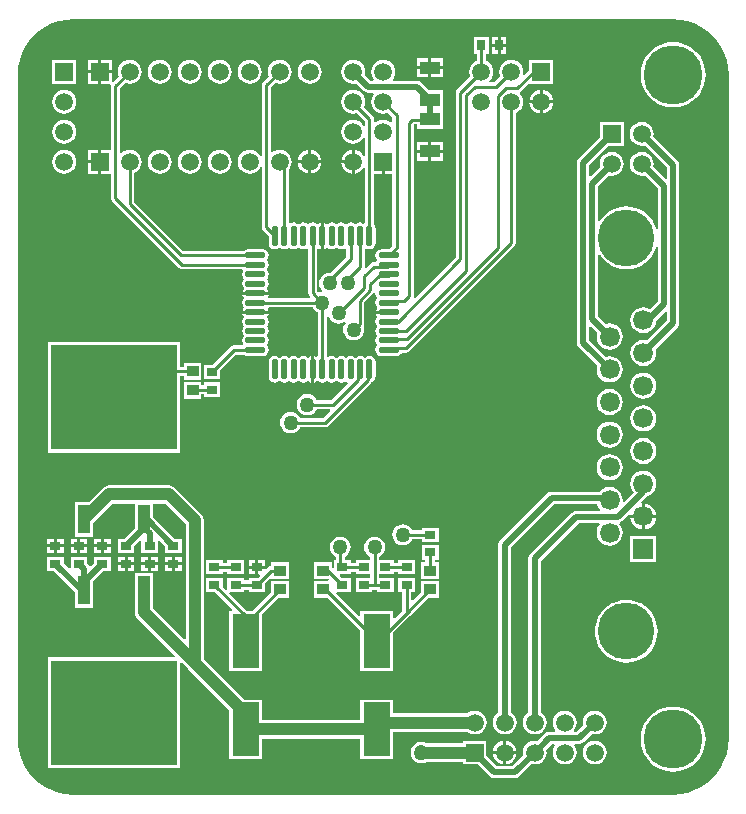
<source format=gtl>
G04 Layer_Physical_Order=1*
G04 Layer_Color=255*
%FSLAX24Y24*%
%MOIN*%
G70*
G01*
G75*
%ADD10R,0.0276X0.0354*%
%ADD11R,0.0354X0.0276*%
%ADD12R,0.0669X0.0433*%
%ADD13R,0.0906X0.1791*%
%ADD14R,0.0413X0.0945*%
%ADD15R,0.4193X0.3504*%
%ADD16R,0.0394X0.0374*%
%ADD17O,0.0689X0.0217*%
%ADD18O,0.0217X0.0689*%
%ADD19C,0.0200*%
%ADD20C,0.0100*%
%ADD21C,0.0400*%
%ADD22C,0.0591*%
%ADD23R,0.0591X0.0591*%
%ADD24R,0.0591X0.0591*%
%ADD25C,0.1890*%
%ADD26C,0.0665*%
%ADD27R,0.0665X0.0665*%
%ADD28C,0.0500*%
%ADD29C,0.1969*%
G36*
X241Y23983D02*
X479Y23936D01*
X708Y23858D01*
X924Y23751D01*
X1126Y23617D01*
X1307Y23457D01*
X1467Y23276D01*
X1601Y23074D01*
X1708Y22858D01*
X1786Y22629D01*
X1833Y22391D01*
X1848Y22157D01*
X1847Y22150D01*
Y0D01*
X1848Y-7D01*
X1833Y-241D01*
X1786Y-479D01*
X1708Y-708D01*
X1601Y-924D01*
X1467Y-1126D01*
X1307Y-1307D01*
X1126Y-1467D01*
X924Y-1601D01*
X708Y-1708D01*
X479Y-1786D01*
X241Y-1833D01*
X7Y-1848D01*
X0Y-1847D01*
X-20000D01*
X-20007Y-1848D01*
X-20241Y-1833D01*
X-20479Y-1786D01*
X-20708Y-1708D01*
X-20924Y-1601D01*
X-21126Y-1467D01*
X-21307Y-1307D01*
X-21467Y-1126D01*
X-21601Y-924D01*
X-21708Y-708D01*
X-21786Y-479D01*
X-21833Y-241D01*
X-21848Y-7D01*
X-21847Y0D01*
Y22150D01*
X-21848Y22157D01*
X-21833Y22391D01*
X-21786Y22629D01*
X-21708Y22858D01*
X-21601Y23074D01*
X-21467Y23276D01*
X-21307Y23457D01*
X-21126Y23617D01*
X-20924Y23751D01*
X-20708Y23858D01*
X-20479Y23936D01*
X-20241Y23983D01*
X-20007Y23998D01*
X-20000Y23997D01*
X0D01*
X7Y23998D01*
X241Y23983D01*
D02*
G37*
%LPC*%
G36*
X-19536Y6389D02*
X-19763D01*
Y6201D01*
X-19536D01*
Y6389D01*
D02*
G37*
G36*
X-19863D02*
X-20090D01*
Y6201D01*
X-19863D01*
Y6389D01*
D02*
G37*
G36*
X-20323D02*
X-20550D01*
Y6201D01*
X-20323D01*
Y6389D01*
D02*
G37*
G36*
X-19863Y6676D02*
X-20090D01*
Y6489D01*
X-19863D01*
Y6676D01*
D02*
G37*
G36*
X-18748Y6389D02*
X-18975D01*
Y6201D01*
X-18748D01*
Y6389D01*
D02*
G37*
G36*
X-19075D02*
X-19302D01*
Y6201D01*
X-19075D01*
Y6389D01*
D02*
G37*
G36*
X-16713Y6086D02*
X-16940D01*
Y5898D01*
X-16713D01*
Y6086D01*
D02*
G37*
G36*
X-17173D02*
X-17400D01*
Y5898D01*
X-17173D01*
Y6086D01*
D02*
G37*
G36*
X-17500D02*
X-17728D01*
Y5898D01*
X-17500D01*
Y6086D01*
D02*
G37*
G36*
X-20650Y6389D02*
X-20877D01*
Y6201D01*
X-20650D01*
Y6389D01*
D02*
G37*
G36*
X-568Y6766D02*
X-1433D01*
Y5900D01*
X-568D01*
Y6766D01*
D02*
G37*
G36*
X-16386Y6086D02*
X-16613D01*
Y5898D01*
X-16386D01*
Y6086D01*
D02*
G37*
G36*
X-19075Y6676D02*
X-19302D01*
Y6489D01*
X-19075D01*
Y6676D01*
D02*
G37*
G36*
X-1001Y8951D02*
X-1114Y8936D01*
X-1219Y8892D01*
X-1309Y8823D01*
X-1379Y8732D01*
X-1422Y8627D01*
X-1437Y8514D01*
X-1422Y8401D01*
X-1379Y8296D01*
X-1320Y8219D01*
X-1642Y7897D01*
X-1689Y7920D01*
X-1682Y7969D01*
X-1697Y8082D01*
X-1741Y8187D01*
X-1810Y8277D01*
X-1901Y8347D01*
X-2006Y8390D01*
X-2119Y8405D01*
X-2232Y8390D01*
X-2337Y8347D01*
X-2427Y8277D01*
X-2446Y8254D01*
X-4050D01*
X-4050Y8254D01*
X-4128Y8238D01*
X-4194Y8194D01*
X-5766Y6623D01*
X-5810Y6556D01*
X-5825Y6478D01*
Y897D01*
X-5903Y837D01*
X-5967Y754D01*
X-6007Y658D01*
X-6020Y555D01*
X-6007Y452D01*
X-5967Y356D01*
X-5903Y273D01*
X-5821Y210D01*
X-5725Y170D01*
X-5622Y156D01*
X-5518Y170D01*
X-5422Y210D01*
X-5340Y273D01*
X-5276Y356D01*
X-5236Y452D01*
X-5223Y555D01*
X-5236Y658D01*
X-5276Y754D01*
X-5340Y837D01*
X-5418Y897D01*
Y6394D01*
X-3966Y7846D01*
X-2536D01*
X-2497Y7751D01*
X-2431Y7665D01*
X-2439Y7627D01*
X-2443Y7615D01*
X-3239D01*
X-3239Y7615D01*
X-3317Y7599D01*
X-3383Y7555D01*
X-4766Y6173D01*
X-4810Y6106D01*
X-4825Y6028D01*
Y897D01*
X-4903Y837D01*
X-4967Y754D01*
X-5007Y658D01*
X-5020Y555D01*
X-5007Y452D01*
X-4967Y356D01*
X-4903Y273D01*
X-4821Y210D01*
X-4725Y170D01*
X-4622Y156D01*
X-4518Y170D01*
X-4422Y210D01*
X-4340Y273D01*
X-4276Y356D01*
X-4236Y452D01*
X-4223Y555D01*
X-4236Y658D01*
X-4276Y754D01*
X-4340Y837D01*
X-4418Y897D01*
Y5944D01*
X-3155Y7207D01*
X-2475D01*
X-2450Y7157D01*
X-2497Y7097D01*
X-2540Y6991D01*
X-2555Y6878D01*
X-2540Y6765D01*
X-2497Y6660D01*
X-2427Y6570D01*
X-2337Y6500D01*
X-2232Y6457D01*
X-2119Y6442D01*
X-2006Y6457D01*
X-1901Y6500D01*
X-1810Y6570D01*
X-1741Y6660D01*
X-1697Y6765D01*
X-1682Y6878D01*
X-1697Y6991D01*
X-1741Y7097D01*
X-1794Y7165D01*
X-1775Y7220D01*
X-1761Y7223D01*
X-1695Y7267D01*
X-1480Y7482D01*
X-1464Y7474D01*
X-1051D01*
Y7887D01*
X-1059Y7903D01*
X-857Y8105D01*
X-856Y8106D01*
X-783Y8136D01*
X-692Y8206D01*
X-623Y8296D01*
X-579Y8401D01*
X-564Y8514D01*
X-579Y8627D01*
X-623Y8732D01*
X-692Y8823D01*
X-783Y8892D01*
X-888Y8936D01*
X-1001Y8951D01*
D02*
G37*
G36*
X-951Y7853D02*
Y7474D01*
X-571D01*
X-579Y7537D01*
X-623Y7642D01*
X-692Y7732D01*
X-783Y7802D01*
X-888Y7845D01*
X-951Y7853D01*
D02*
G37*
G36*
X-571Y7374D02*
X-951D01*
Y6994D01*
X-888Y7002D01*
X-783Y7046D01*
X-692Y7115D01*
X-623Y7205D01*
X-579Y7311D01*
X-571Y7374D01*
D02*
G37*
G36*
X-2119Y10586D02*
X-2232Y10572D01*
X-2337Y10528D01*
X-2427Y10459D01*
X-2497Y10368D01*
X-2540Y10263D01*
X-2555Y10150D01*
X-2540Y10037D01*
X-2497Y9932D01*
X-2427Y9841D01*
X-2337Y9772D01*
X-2232Y9728D01*
X-2119Y9714D01*
X-2006Y9728D01*
X-1901Y9772D01*
X-1810Y9841D01*
X-1741Y9932D01*
X-1697Y10037D01*
X-1682Y10150D01*
X-1697Y10263D01*
X-1741Y10368D01*
X-1810Y10459D01*
X-1901Y10528D01*
X-2006Y10572D01*
X-2119Y10586D01*
D02*
G37*
G36*
X-1001Y10041D02*
X-1114Y10026D01*
X-1219Y9983D01*
X-1309Y9913D01*
X-1379Y9823D01*
X-1422Y9718D01*
X-1437Y9605D01*
X-1422Y9492D01*
X-1379Y9387D01*
X-1309Y9296D01*
X-1219Y9227D01*
X-1114Y9183D01*
X-1001Y9168D01*
X-888Y9183D01*
X-783Y9227D01*
X-692Y9296D01*
X-623Y9387D01*
X-579Y9492D01*
X-564Y9605D01*
X-579Y9718D01*
X-623Y9823D01*
X-692Y9913D01*
X-783Y9983D01*
X-888Y10026D01*
X-1001Y10041D01*
D02*
G37*
G36*
X-2119Y9496D02*
X-2232Y9481D01*
X-2337Y9437D01*
X-2427Y9368D01*
X-2497Y9278D01*
X-2540Y9172D01*
X-2555Y9059D01*
X-2540Y8946D01*
X-2497Y8841D01*
X-2427Y8751D01*
X-2337Y8682D01*
X-2232Y8638D01*
X-2119Y8623D01*
X-2006Y8638D01*
X-1901Y8682D01*
X-1810Y8751D01*
X-1741Y8841D01*
X-1697Y8946D01*
X-1682Y9059D01*
X-1697Y9172D01*
X-1741Y9278D01*
X-1810Y9368D01*
X-1901Y9437D01*
X-2006Y9481D01*
X-2119Y9496D01*
D02*
G37*
G36*
X-18748Y6676D02*
X-18975D01*
Y6489D01*
X-18748D01*
Y6676D01*
D02*
G37*
G36*
X-20323D02*
X-20550D01*
Y6489D01*
X-20323D01*
Y6676D01*
D02*
G37*
G36*
X-20650D02*
X-20877D01*
Y6489D01*
X-20650D01*
Y6676D01*
D02*
G37*
G36*
X-1051Y7374D02*
X-1431D01*
X-1422Y7311D01*
X-1379Y7205D01*
X-1309Y7115D01*
X-1219Y7046D01*
X-1114Y7002D01*
X-1051Y6994D01*
Y7374D01*
D02*
G37*
G36*
X-9014Y7167D02*
X-9106Y7155D01*
X-9191Y7120D01*
X-9264Y7064D01*
X-9320Y6991D01*
X-9355Y6906D01*
X-9367Y6814D01*
X-9355Y6723D01*
X-9320Y6638D01*
X-9264Y6565D01*
X-9191Y6509D01*
X-9106Y6473D01*
X-9014Y6461D01*
X-8923Y6473D01*
X-8838Y6509D01*
X-8765Y6565D01*
X-8709Y6638D01*
X-8699Y6661D01*
X-8377D01*
Y6577D01*
X-7823D01*
Y7052D01*
X-8377D01*
Y6967D01*
X-8699D01*
X-8709Y6991D01*
X-8765Y7064D01*
X-8838Y7120D01*
X-8923Y7155D01*
X-9014Y7167D01*
D02*
G37*
G36*
X-19536Y6676D02*
X-19763D01*
Y6489D01*
X-19536D01*
Y6676D01*
D02*
G37*
G36*
X-16808Y8460D02*
X-18800D01*
X-18878Y8450D01*
X-18951Y8420D01*
X-19014Y8372D01*
X-19487Y7899D01*
X-19938D01*
Y6754D01*
X-19325D01*
Y7205D01*
X-18675Y7855D01*
X-17938D01*
Y7027D01*
X-18288Y6676D01*
X-18515D01*
Y6201D01*
X-17961D01*
Y6427D01*
X-17774Y6614D01*
X-17728Y6595D01*
Y6201D01*
X-17173D01*
Y6595D01*
X-17127Y6614D01*
X-16940Y6427D01*
Y6201D01*
X-16386D01*
Y6676D01*
X-16612D01*
X-17325Y7389D01*
Y7855D01*
X-16933D01*
X-16253Y7175D01*
Y3346D01*
X-16299Y3327D01*
X-17315Y4342D01*
X-17325Y4388D01*
X-17325Y4388D01*
X-17325Y4388D01*
Y5533D01*
X-17938D01*
Y4388D01*
X-17934D01*
Y4232D01*
X-17924Y4153D01*
X-17894Y4080D01*
X-17846Y4018D01*
X-16612Y2784D01*
X-16631Y2738D01*
X-20828D01*
Y-966D01*
X-16435D01*
Y2542D01*
X-16389Y2561D01*
X-16164Y2336D01*
X-16164Y2336D01*
X-14803Y975D01*
Y-671D01*
X-13697D01*
Y22D01*
X-10431D01*
Y-671D01*
X-9326D01*
Y253D01*
X-6877D01*
X-6821Y210D01*
X-6725Y170D01*
X-6622Y156D01*
X-6518Y170D01*
X-6422Y210D01*
X-6340Y273D01*
X-6276Y356D01*
X-6236Y452D01*
X-6223Y555D01*
X-6236Y658D01*
X-6276Y754D01*
X-6340Y837D01*
X-6422Y900D01*
X-6518Y940D01*
X-6622Y954D01*
X-6725Y940D01*
X-6821Y900D01*
X-6877Y858D01*
X-9326D01*
Y1320D01*
X-10431D01*
Y627D01*
X-13697D01*
Y1320D01*
X-14293D01*
X-15647Y2675D01*
Y7300D01*
X-15647Y7300D01*
X-15658Y7378D01*
X-15688Y7451D01*
X-15736Y7514D01*
X-16594Y8372D01*
X-16656Y8420D01*
X-16729Y8450D01*
X-16808Y8460D01*
D02*
G37*
G36*
X-1560Y4639D02*
X-1724Y4626D01*
X-1884Y4588D01*
X-2036Y4525D01*
X-2176Y4439D01*
X-2301Y4332D01*
X-2408Y4207D01*
X-2494Y4067D01*
X-2557Y3915D01*
X-2595Y3755D01*
X-2608Y3591D01*
X-2595Y3427D01*
X-2557Y3267D01*
X-2494Y3115D01*
X-2408Y2975D01*
X-2301Y2850D01*
X-2176Y2743D01*
X-2036Y2657D01*
X-1884Y2594D01*
X-1724Y2556D01*
X-1560Y2543D01*
X-1396Y2556D01*
X-1236Y2594D01*
X-1084Y2657D01*
X-944Y2743D01*
X-819Y2850D01*
X-712Y2975D01*
X-626Y3115D01*
X-563Y3267D01*
X-525Y3427D01*
X-512Y3591D01*
X-525Y3755D01*
X-563Y3915D01*
X-626Y4067D01*
X-712Y4207D01*
X-819Y4332D01*
X-944Y4439D01*
X-1084Y4525D01*
X-1236Y4588D01*
X-1396Y4626D01*
X-1560Y4639D01*
D02*
G37*
G36*
X-2622Y954D02*
X-2725Y940D01*
X-2821Y900D01*
X-2903Y837D01*
X-2967Y754D01*
X-3007Y658D01*
X-3020Y555D01*
X-3007Y458D01*
X-3211Y254D01*
X-3291D01*
X-3316Y304D01*
X-3276Y356D01*
X-3236Y452D01*
X-3223Y555D01*
X-3236Y658D01*
X-3276Y754D01*
X-3340Y837D01*
X-3422Y900D01*
X-3518Y940D01*
X-3622Y954D01*
X-3725Y940D01*
X-3821Y900D01*
X-3903Y837D01*
X-3967Y754D01*
X-4007Y658D01*
X-4020Y555D01*
X-4007Y452D01*
X-3967Y356D01*
X-3927Y304D01*
X-3952Y254D01*
X-4126D01*
X-4204Y239D01*
X-4270Y195D01*
X-4524Y-59D01*
X-4622Y-46D01*
X-4725Y-60D01*
X-4821Y-100D01*
X-4903Y-163D01*
X-4967Y-246D01*
X-5007Y-342D01*
X-5020Y-445D01*
X-5007Y-542D01*
X-5361Y-896D01*
X-5882D01*
X-6226Y-552D01*
Y-50D01*
X-7017D01*
Y-142D01*
X-8219D01*
X-8223Y-139D01*
X-8309Y-104D01*
X-8400Y-92D01*
X-8491Y-104D01*
X-8577Y-139D01*
X-8650Y-195D01*
X-8706Y-268D01*
X-8741Y-354D01*
X-8753Y-445D01*
X-8741Y-536D01*
X-8706Y-621D01*
X-8650Y-695D01*
X-8577Y-751D01*
X-8491Y-786D01*
X-8400Y-798D01*
X-8309Y-786D01*
X-8223Y-751D01*
X-8219Y-747D01*
X-7017D01*
Y-840D01*
X-6515D01*
X-6111Y-1244D01*
X-6044Y-1288D01*
X-5966Y-1304D01*
X-5277D01*
X-5199Y-1288D01*
X-5132Y-1244D01*
X-4719Y-831D01*
X-4622Y-844D01*
X-4518Y-830D01*
X-4422Y-790D01*
X-4340Y-727D01*
X-4276Y-644D01*
X-4236Y-548D01*
X-4223Y-445D01*
X-4236Y-347D01*
X-4042Y-154D01*
X-3959D01*
X-3935Y-204D01*
X-3967Y-246D01*
X-4007Y-342D01*
X-4020Y-445D01*
X-4007Y-548D01*
X-3967Y-644D01*
X-3903Y-727D01*
X-3821Y-790D01*
X-3725Y-830D01*
X-3622Y-844D01*
X-3518Y-830D01*
X-3422Y-790D01*
X-3340Y-727D01*
X-3276Y-644D01*
X-3236Y-548D01*
X-3223Y-445D01*
X-3236Y-342D01*
X-3276Y-246D01*
X-3309Y-204D01*
X-3284Y-154D01*
X-3126D01*
X-3048Y-138D01*
X-2982Y-94D01*
X-2719Y169D01*
X-2622Y156D01*
X-2518Y170D01*
X-2422Y210D01*
X-2340Y273D01*
X-2276Y356D01*
X-2236Y452D01*
X-2223Y555D01*
X-2236Y658D01*
X-2276Y754D01*
X-2340Y837D01*
X-2422Y900D01*
X-2518Y940D01*
X-2622Y954D01*
D02*
G37*
G36*
X-13925Y5680D02*
X-14152D01*
Y5492D01*
X-13925D01*
Y5680D01*
D02*
G37*
G36*
X-15023Y5968D02*
X-15577D01*
Y5492D01*
X-15023D01*
Y5577D01*
X-14865D01*
Y5492D01*
X-14310D01*
Y5968D01*
X-14865D01*
Y5883D01*
X-15023D01*
Y5968D01*
D02*
G37*
G36*
X-7823Y6462D02*
X-8377D01*
Y5986D01*
X-8260D01*
Y5909D01*
X-8404D01*
Y5335D01*
X-7810D01*
Y5909D01*
X-7954D01*
Y5986D01*
X-7823D01*
Y6462D01*
D02*
G37*
G36*
X-5672Y-495D02*
X-6014D01*
X-6007Y-548D01*
X-5967Y-644D01*
X-5903Y-727D01*
X-5821Y-790D01*
X-5725Y-830D01*
X-5672Y-837D01*
Y-495D01*
D02*
G37*
G36*
X-2622Y-46D02*
X-2725Y-60D01*
X-2821Y-100D01*
X-2903Y-163D01*
X-2967Y-246D01*
X-3007Y-342D01*
X-3020Y-445D01*
X-3007Y-548D01*
X-2967Y-644D01*
X-2903Y-727D01*
X-2821Y-790D01*
X-2725Y-830D01*
X-2622Y-844D01*
X-2518Y-830D01*
X-2422Y-790D01*
X-2340Y-727D01*
X-2276Y-644D01*
X-2236Y-548D01*
X-2223Y-445D01*
X-2236Y-342D01*
X-2276Y-246D01*
X-2340Y-163D01*
X-2422Y-100D01*
X-2518Y-60D01*
X-2622Y-46D01*
D02*
G37*
G36*
X0Y1088D02*
X-170Y1074D01*
X-336Y1034D01*
X-494Y969D01*
X-639Y880D01*
X-769Y769D01*
X-880Y639D01*
X-969Y494D01*
X-1034Y336D01*
X-1074Y170D01*
X-1088Y0D01*
X-1074Y-170D01*
X-1034Y-336D01*
X-969Y-494D01*
X-880Y-639D01*
X-769Y-769D01*
X-639Y-880D01*
X-494Y-969D01*
X-336Y-1034D01*
X-170Y-1074D01*
X0Y-1088D01*
X170Y-1074D01*
X336Y-1034D01*
X494Y-969D01*
X639Y-880D01*
X769Y-769D01*
X880Y-639D01*
X969Y-494D01*
X1034Y-336D01*
X1074Y-170D01*
X1088Y0D01*
X1074Y170D01*
X1034Y336D01*
X969Y494D01*
X880Y639D01*
X769Y769D01*
X639Y880D01*
X494Y969D01*
X336Y1034D01*
X170Y1074D01*
X0Y1088D01*
D02*
G37*
G36*
X-5572Y-53D02*
Y-395D01*
X-5229D01*
X-5236Y-342D01*
X-5276Y-246D01*
X-5340Y-163D01*
X-5422Y-100D01*
X-5518Y-60D01*
X-5572Y-53D01*
D02*
G37*
G36*
X-5672D02*
X-5725Y-60D01*
X-5821Y-100D01*
X-5903Y-163D01*
X-5967Y-246D01*
X-6007Y-342D01*
X-6014Y-395D01*
X-5672D01*
Y-53D01*
D02*
G37*
G36*
X-5229Y-495D02*
X-5572D01*
Y-837D01*
X-5518Y-830D01*
X-5422Y-790D01*
X-5340Y-727D01*
X-5276Y-644D01*
X-5236Y-548D01*
X-5229Y-495D01*
D02*
G37*
G36*
X-18288Y5798D02*
X-18515D01*
Y5610D01*
X-18288D01*
Y5798D01*
D02*
G37*
G36*
X-13598Y5968D02*
X-13825D01*
Y5780D01*
X-13598D01*
Y5968D01*
D02*
G37*
G36*
X-13925D02*
X-14152D01*
Y5780D01*
X-13925D01*
Y5968D01*
D02*
G37*
G36*
X-18748Y6086D02*
X-19302D01*
Y5859D01*
X-19400Y5762D01*
X-19461Y5772D01*
X-19487Y5811D01*
X-19536Y5859D01*
Y6086D01*
X-20090D01*
Y5692D01*
X-20136Y5672D01*
X-20323Y5859D01*
Y6086D01*
X-20877D01*
Y5610D01*
X-20651D01*
X-19938Y4898D01*
Y4388D01*
X-19325D01*
Y5260D01*
X-18975Y5610D01*
X-18748D01*
Y6086D01*
D02*
G37*
G36*
X-17961Y6086D02*
X-18188D01*
Y5898D01*
X-17961D01*
Y6086D01*
D02*
G37*
G36*
X-18288D02*
X-18515D01*
Y5898D01*
X-18288D01*
Y6086D01*
D02*
G37*
G36*
X-9950Y6753D02*
X-10041Y6741D01*
X-10127Y6706D01*
X-10200Y6650D01*
X-10256Y6577D01*
X-10291Y6491D01*
X-10303Y6400D01*
X-10291Y6309D01*
X-10256Y6223D01*
X-10200Y6150D01*
X-10127Y6094D01*
X-10103Y6085D01*
Y5968D01*
X-10590D01*
Y5883D01*
X-10748D01*
Y5968D01*
X-10947D01*
Y6085D01*
X-10923Y6094D01*
X-10850Y6150D01*
X-10794Y6223D01*
X-10759Y6309D01*
X-10747Y6400D01*
X-10759Y6491D01*
X-10794Y6577D01*
X-10850Y6650D01*
X-10923Y6706D01*
X-11009Y6741D01*
X-11100Y6753D01*
X-11191Y6741D01*
X-11277Y6706D01*
X-11350Y6650D01*
X-11406Y6577D01*
X-11441Y6491D01*
X-11453Y6400D01*
X-11441Y6309D01*
X-11406Y6223D01*
X-11350Y6150D01*
X-11277Y6094D01*
X-11253Y6085D01*
Y5968D01*
X-11303D01*
Y5731D01*
X-11353Y5706D01*
X-11372Y5721D01*
Y5909D01*
X-11966D01*
Y5335D01*
X-11477D01*
X-11473Y5329D01*
X-11500Y5279D01*
X-11966D01*
Y4705D01*
X-11522D01*
X-10431Y3614D01*
Y2282D01*
X-9326D01*
Y3557D01*
X-8780Y4102D01*
X-8780Y4102D01*
X-8178Y4705D01*
X-7810D01*
Y5279D01*
X-8404D01*
Y4911D01*
X-8689Y4626D01*
X-8735Y4645D01*
Y4902D01*
X-8611D01*
Y5377D01*
X-9165D01*
Y4902D01*
X-9041D01*
Y4274D01*
X-9280Y4035D01*
X-9326Y4055D01*
Y4273D01*
X-10431D01*
Y4112D01*
X-10477Y4093D01*
X-11240Y4855D01*
X-11221Y4902D01*
X-10748D01*
Y5377D01*
X-11047D01*
X-11116Y5446D01*
X-11097Y5492D01*
X-10748D01*
Y5577D01*
X-10590D01*
Y5492D01*
X-10103D01*
Y5377D01*
X-10590D01*
Y4902D01*
X-10036D01*
Y4987D01*
X-9878D01*
Y4902D01*
X-9323D01*
Y5377D01*
X-9797D01*
Y5492D01*
X-9323D01*
Y5577D01*
X-9165D01*
Y5492D01*
X-8611D01*
Y5968D01*
X-9165D01*
Y5883D01*
X-9323D01*
Y5968D01*
X-9797D01*
Y6085D01*
X-9773Y6094D01*
X-9700Y6150D01*
X-9644Y6223D01*
X-9609Y6309D01*
X-9597Y6400D01*
X-9609Y6491D01*
X-9644Y6577D01*
X-9700Y6650D01*
X-9773Y6706D01*
X-9859Y6741D01*
X-9950Y6753D01*
D02*
G37*
G36*
X-17173Y5798D02*
X-17400D01*
Y5610D01*
X-17173D01*
Y5798D01*
D02*
G37*
G36*
X-17500D02*
X-17728D01*
Y5610D01*
X-17500D01*
Y5798D01*
D02*
G37*
G36*
X-17961D02*
X-18188D01*
Y5610D01*
X-17961D01*
Y5798D01*
D02*
G37*
G36*
X-12803Y5909D02*
X-13397D01*
Y5774D01*
X-13451Y5763D01*
X-13501Y5730D01*
X-13552Y5679D01*
X-13554Y5680D01*
X-13825D01*
Y5492D01*
X-13804D01*
X-13785Y5446D01*
X-13854Y5377D01*
X-14152D01*
Y5292D01*
X-14310D01*
Y5377D01*
X-14865D01*
Y4986D01*
X-14911Y4967D01*
X-15023Y5079D01*
Y5377D01*
X-15577D01*
Y4902D01*
X-15278D01*
X-14696Y4319D01*
X-14715Y4273D01*
X-14803D01*
Y2282D01*
X-13697D01*
Y4178D01*
X-13171Y4705D01*
X-12803D01*
Y5279D01*
X-13397D01*
Y4911D01*
X-14035Y4273D01*
X-14217D01*
X-14800Y4855D01*
X-14781Y4902D01*
X-14310D01*
Y4987D01*
X-14152D01*
Y4902D01*
X-13598D01*
Y5200D01*
X-13443Y5355D01*
X-13397Y5336D01*
Y5335D01*
X-12803D01*
Y5909D01*
D02*
G37*
G36*
X-16386Y5798D02*
X-16613D01*
Y5610D01*
X-16386D01*
Y5798D01*
D02*
G37*
G36*
X-16713D02*
X-16940D01*
Y5610D01*
X-16713D01*
Y5798D01*
D02*
G37*
G36*
X-1001Y11132D02*
X-1114Y11117D01*
X-1219Y11073D01*
X-1309Y11004D01*
X-1379Y10913D01*
X-1422Y10808D01*
X-1437Y10695D01*
X-1422Y10582D01*
X-1379Y10477D01*
X-1309Y10387D01*
X-1219Y10317D01*
X-1114Y10274D01*
X-1001Y10259D01*
X-888Y10274D01*
X-783Y10317D01*
X-692Y10387D01*
X-623Y10477D01*
X-579Y10582D01*
X-564Y10695D01*
X-579Y10808D01*
X-623Y10913D01*
X-692Y11004D01*
X-783Y11073D01*
X-888Y11117D01*
X-1001Y11132D01*
D02*
G37*
G36*
X-16118Y22649D02*
X-16221Y22635D01*
X-16317Y22595D01*
X-16400Y22532D01*
X-16463Y22449D01*
X-16503Y22353D01*
X-16517Y22250D01*
X-16503Y22147D01*
X-16463Y22051D01*
X-16400Y21968D01*
X-16317Y21905D01*
X-16221Y21865D01*
X-16118Y21851D01*
X-16015Y21865D01*
X-15919Y21905D01*
X-15836Y21968D01*
X-15773Y22051D01*
X-15733Y22147D01*
X-15719Y22250D01*
X-15733Y22353D01*
X-15773Y22449D01*
X-15836Y22532D01*
X-15919Y22595D01*
X-16015Y22635D01*
X-16118Y22649D01*
D02*
G37*
G36*
X-17118D02*
X-17221Y22635D01*
X-17317Y22595D01*
X-17400Y22532D01*
X-17463Y22449D01*
X-17503Y22353D01*
X-17517Y22250D01*
X-17503Y22147D01*
X-17463Y22051D01*
X-17400Y21968D01*
X-17317Y21905D01*
X-17221Y21865D01*
X-17118Y21851D01*
X-17015Y21865D01*
X-16919Y21905D01*
X-16836Y21968D01*
X-16773Y22051D01*
X-16733Y22147D01*
X-16719Y22250D01*
X-16733Y22353D01*
X-16773Y22449D01*
X-16836Y22532D01*
X-16919Y22595D01*
X-17015Y22635D01*
X-17118Y22649D01*
D02*
G37*
G36*
X-4350Y21642D02*
Y21300D01*
X-4008D01*
X-4015Y21353D01*
X-4055Y21449D01*
X-4118Y21532D01*
X-4201Y21595D01*
X-4297Y21635D01*
X-4350Y21642D01*
D02*
G37*
G36*
X-12118Y22649D02*
X-12221Y22635D01*
X-12317Y22595D01*
X-12400Y22532D01*
X-12463Y22449D01*
X-12503Y22353D01*
X-12517Y22250D01*
X-12503Y22147D01*
X-12463Y22051D01*
X-12400Y21968D01*
X-12317Y21905D01*
X-12221Y21865D01*
X-12118Y21851D01*
X-12015Y21865D01*
X-11919Y21905D01*
X-11836Y21968D01*
X-11773Y22051D01*
X-11733Y22147D01*
X-11719Y22250D01*
X-11733Y22353D01*
X-11773Y22449D01*
X-11836Y22532D01*
X-11919Y22595D01*
X-12015Y22635D01*
X-12118Y22649D01*
D02*
G37*
G36*
X-14118D02*
X-14221Y22635D01*
X-14317Y22595D01*
X-14400Y22532D01*
X-14463Y22449D01*
X-14503Y22353D01*
X-14517Y22250D01*
X-14503Y22147D01*
X-14463Y22051D01*
X-14400Y21968D01*
X-14317Y21905D01*
X-14221Y21865D01*
X-14118Y21851D01*
X-14015Y21865D01*
X-13919Y21905D01*
X-13836Y21968D01*
X-13773Y22051D01*
X-13733Y22147D01*
X-13719Y22250D01*
X-13733Y22353D01*
X-13773Y22449D01*
X-13836Y22532D01*
X-13919Y22595D01*
X-14015Y22635D01*
X-14118Y22649D01*
D02*
G37*
G36*
X-15118D02*
X-15221Y22635D01*
X-15317Y22595D01*
X-15400Y22532D01*
X-15463Y22449D01*
X-15503Y22353D01*
X-15517Y22250D01*
X-15503Y22147D01*
X-15463Y22051D01*
X-15400Y21968D01*
X-15317Y21905D01*
X-15221Y21865D01*
X-15118Y21851D01*
X-15015Y21865D01*
X-14919Y21905D01*
X-14836Y21968D01*
X-14773Y22051D01*
X-14733Y22147D01*
X-14719Y22250D01*
X-14733Y22353D01*
X-14773Y22449D01*
X-14836Y22532D01*
X-14919Y22595D01*
X-15015Y22635D01*
X-15118Y22649D01*
D02*
G37*
G36*
X-4450Y21200D02*
X-4792D01*
X-4785Y21147D01*
X-4745Y21051D01*
X-4682Y20968D01*
X-4599Y20905D01*
X-4503Y20865D01*
X-4450Y20858D01*
Y21200D01*
D02*
G37*
G36*
X-20297Y21649D02*
X-20400Y21635D01*
X-20496Y21595D01*
X-20579Y21532D01*
X-20642Y21449D01*
X-20682Y21353D01*
X-20696Y21250D01*
X-20682Y21147D01*
X-20642Y21051D01*
X-20579Y20968D01*
X-20496Y20905D01*
X-20400Y20865D01*
X-20297Y20851D01*
X-20194Y20865D01*
X-20098Y20905D01*
X-20015Y20968D01*
X-19952Y21051D01*
X-19912Y21147D01*
X-19898Y21250D01*
X-19912Y21353D01*
X-19952Y21449D01*
X-20015Y21532D01*
X-20098Y21595D01*
X-20194Y21635D01*
X-20297Y21649D01*
D02*
G37*
G36*
X-6157Y23403D02*
X-6633D01*
Y22849D01*
X-6548D01*
Y22616D01*
X-6599Y22595D01*
X-6682Y22532D01*
X-6745Y22449D01*
X-6785Y22353D01*
X-6799Y22250D01*
X-6785Y22147D01*
X-6766Y22100D01*
X-7208Y21658D01*
X-7241Y21609D01*
X-7253Y21550D01*
Y16073D01*
X-8615Y14710D01*
X-8624Y14714D01*
X-8657Y14740D01*
X-8647Y14788D01*
Y20487D01*
X-8637Y20497D01*
X-8553D01*
Y20351D01*
X-7683D01*
Y20984D01*
X-7683D01*
X-7683Y21002D01*
X-7683D01*
Y21635D01*
X-8147D01*
X-8404Y21892D01*
X-8470Y21937D01*
X-8548Y21952D01*
X-9330D01*
X-9355Y22002D01*
X-9323Y22044D01*
X-9283Y22140D01*
X-9269Y22243D01*
X-9283Y22347D01*
X-9323Y22443D01*
X-9386Y22525D01*
X-9469Y22589D01*
X-9565Y22629D01*
X-9668Y22642D01*
X-9771Y22629D01*
X-9867Y22589D01*
X-9950Y22525D01*
X-10013Y22443D01*
X-10053Y22347D01*
X-10067Y22243D01*
X-10053Y22140D01*
X-10013Y22044D01*
X-9981Y22002D01*
X-10006Y21952D01*
X-10088D01*
X-10282Y22146D01*
X-10269Y22243D01*
X-10283Y22347D01*
X-10323Y22443D01*
X-10386Y22525D01*
X-10469Y22589D01*
X-10565Y22629D01*
X-10668Y22642D01*
X-10771Y22629D01*
X-10867Y22589D01*
X-10950Y22525D01*
X-11013Y22443D01*
X-11053Y22347D01*
X-11067Y22243D01*
X-11053Y22140D01*
X-11013Y22044D01*
X-10950Y21962D01*
X-10867Y21898D01*
X-10771Y21858D01*
X-10668Y21845D01*
X-10571Y21858D01*
X-10317Y21604D01*
X-10251Y21560D01*
X-10173Y21544D01*
X-9999D01*
X-9974Y21494D01*
X-10013Y21443D01*
X-10053Y21347D01*
X-10067Y21243D01*
X-10053Y21140D01*
X-10013Y21044D01*
X-9950Y20962D01*
X-9867Y20898D01*
X-9771Y20858D01*
X-9668Y20845D01*
X-9565Y20858D01*
X-9519Y20878D01*
X-9376Y20735D01*
Y20580D01*
X-9426Y20556D01*
X-9469Y20589D01*
X-9565Y20629D01*
X-9668Y20642D01*
X-9771Y20629D01*
X-9867Y20589D01*
X-9922Y20547D01*
X-9972Y20571D01*
Y20675D01*
X-9984Y20734D01*
X-10017Y20783D01*
X-10310Y21076D01*
X-10283Y21140D01*
X-10269Y21243D01*
X-10283Y21347D01*
X-10323Y21443D01*
X-10386Y21525D01*
X-10469Y21589D01*
X-10565Y21629D01*
X-10668Y21642D01*
X-10771Y21629D01*
X-10867Y21589D01*
X-10950Y21525D01*
X-11013Y21443D01*
X-11053Y21347D01*
X-11067Y21243D01*
X-11053Y21140D01*
X-11013Y21044D01*
X-10950Y20962D01*
X-10867Y20898D01*
X-10771Y20858D01*
X-10668Y20845D01*
X-10565Y20858D01*
X-10536Y20870D01*
X-10278Y20612D01*
Y20463D01*
X-10303Y20452D01*
X-10328Y20450D01*
X-10386Y20525D01*
X-10469Y20589D01*
X-10565Y20629D01*
X-10668Y20642D01*
X-10771Y20629D01*
X-10867Y20589D01*
X-10950Y20525D01*
X-11013Y20443D01*
X-11053Y20347D01*
X-11067Y20243D01*
X-11053Y20140D01*
X-11013Y20044D01*
X-10950Y19962D01*
X-10867Y19898D01*
X-10771Y19858D01*
X-10668Y19845D01*
X-10565Y19858D01*
X-10469Y19898D01*
X-10386Y19962D01*
X-10328Y20037D01*
X-10303Y20035D01*
X-10278Y20024D01*
Y19463D01*
X-10303Y19452D01*
X-10328Y19450D01*
X-10386Y19525D01*
X-10469Y19589D01*
X-10565Y19629D01*
X-10618Y19636D01*
Y19243D01*
Y18851D01*
X-10565Y18858D01*
X-10469Y18898D01*
X-10386Y18962D01*
X-10328Y19037D01*
X-10303Y19035D01*
X-10278Y19024D01*
Y17213D01*
X-10328Y17186D01*
X-10359Y17207D01*
X-10440Y17223D01*
X-10521Y17207D01*
X-10590Y17161D01*
X-10605D01*
X-10674Y17207D01*
X-10755Y17223D01*
X-10836Y17207D01*
X-10874Y17182D01*
X-10913Y17164D01*
X-10951Y17182D01*
X-10989Y17207D01*
X-11070Y17223D01*
X-11151Y17207D01*
X-11220Y17161D01*
X-11235D01*
X-11304Y17207D01*
X-11385Y17223D01*
X-11466Y17207D01*
X-11504Y17182D01*
X-11543Y17164D01*
X-11581Y17182D01*
X-11619Y17207D01*
X-11650Y17213D01*
Y16774D01*
Y16336D01*
X-11619Y16342D01*
X-11550Y16388D01*
X-11535D01*
X-11466Y16342D01*
X-11385Y16326D01*
X-11304Y16342D01*
X-11235Y16388D01*
X-11220D01*
X-11151Y16342D01*
X-11070Y16326D01*
X-10989Y16342D01*
X-10958Y16363D01*
X-10908Y16336D01*
Y16058D01*
X-11418Y15549D01*
X-11450Y15553D01*
X-11541Y15541D01*
X-11627Y15506D01*
X-11700Y15450D01*
X-11756Y15377D01*
X-11791Y15291D01*
X-11803Y15200D01*
X-11791Y15109D01*
X-11756Y15023D01*
X-11700Y14951D01*
Y14951D01*
X-11700Y14948D01*
X-11717Y14901D01*
X-11791Y14891D01*
X-11815Y14881D01*
X-11862Y14928D01*
Y16336D01*
X-11812Y16363D01*
X-11781Y16342D01*
X-11750Y16336D01*
Y16774D01*
Y17213D01*
X-11781Y17207D01*
X-11850Y17161D01*
X-11865D01*
X-11934Y17207D01*
X-12015Y17223D01*
X-12096Y17207D01*
X-12165Y17161D01*
X-12180D01*
X-12249Y17207D01*
X-12330Y17223D01*
X-12411Y17207D01*
X-12449Y17182D01*
X-12487Y17164D01*
X-12526Y17182D01*
X-12564Y17207D01*
X-12645Y17223D01*
X-12726Y17207D01*
X-12757Y17186D01*
X-12807Y17213D01*
Y19006D01*
X-12773Y19051D01*
X-12733Y19147D01*
X-12719Y19250D01*
X-12733Y19353D01*
X-12773Y19449D01*
X-12836Y19532D01*
X-12919Y19595D01*
X-13015Y19635D01*
X-13118Y19649D01*
X-13221Y19635D01*
X-13317Y19595D01*
X-13360Y19562D01*
X-13410Y19587D01*
Y21741D01*
X-13268Y21884D01*
X-13221Y21865D01*
X-13118Y21851D01*
X-13015Y21865D01*
X-12919Y21905D01*
X-12836Y21968D01*
X-12773Y22051D01*
X-12733Y22147D01*
X-12719Y22250D01*
X-12733Y22353D01*
X-12773Y22449D01*
X-12836Y22532D01*
X-12919Y22595D01*
X-13015Y22635D01*
X-13118Y22649D01*
X-13221Y22635D01*
X-13317Y22595D01*
X-13400Y22532D01*
X-13463Y22449D01*
X-13503Y22353D01*
X-13517Y22250D01*
X-13503Y22147D01*
X-13484Y22100D01*
X-13672Y21913D01*
X-13705Y21863D01*
X-13716Y21805D01*
Y19444D01*
X-13766Y19434D01*
X-13773Y19449D01*
X-13836Y19532D01*
X-13919Y19595D01*
X-14015Y19635D01*
X-14118Y19649D01*
X-14221Y19635D01*
X-14317Y19595D01*
X-14400Y19532D01*
X-14463Y19449D01*
X-14503Y19353D01*
X-14517Y19250D01*
X-14503Y19147D01*
X-14463Y19051D01*
X-14400Y18968D01*
X-14317Y18905D01*
X-14221Y18865D01*
X-14118Y18851D01*
X-14015Y18865D01*
X-13919Y18905D01*
X-13836Y18968D01*
X-13773Y19051D01*
X-13766Y19066D01*
X-13716Y19056D01*
Y17063D01*
X-13705Y17004D01*
X-13672Y16955D01*
X-13487Y16770D01*
Y16538D01*
X-13471Y16457D01*
X-13425Y16388D01*
X-13356Y16342D01*
X-13275Y16326D01*
X-13194Y16342D01*
X-13125Y16388D01*
X-13110D01*
X-13041Y16342D01*
X-12960Y16326D01*
X-12879Y16342D01*
X-12810Y16388D01*
X-12795D01*
X-12726Y16342D01*
X-12645Y16326D01*
X-12564Y16342D01*
X-12495Y16388D01*
X-12480D01*
X-12411Y16342D01*
X-12330Y16326D01*
X-12249Y16342D01*
X-12218Y16363D01*
X-12168Y16336D01*
Y14865D01*
X-12156Y14806D01*
X-12123Y14757D01*
X-12115Y14749D01*
X-12135Y14703D01*
X-13486D01*
X-13513Y14753D01*
X-13492Y14784D01*
X-13486Y14815D01*
X-13924D01*
X-14363D01*
X-14357Y14784D01*
X-14311Y14715D01*
Y14700D01*
X-14357Y14631D01*
X-14373Y14550D01*
X-14357Y14469D01*
X-14332Y14431D01*
X-14314Y14393D01*
X-14332Y14354D01*
X-14357Y14316D01*
X-14363Y14285D01*
X-13924D01*
X-13486D01*
X-13492Y14316D01*
X-13513Y14347D01*
X-13486Y14397D01*
X-12015D01*
X-12006Y14373D01*
X-11950Y14300D01*
X-11877Y14244D01*
X-11853Y14235D01*
Y12764D01*
X-11903Y12737D01*
X-11934Y12758D01*
X-11965Y12764D01*
Y12326D01*
Y11887D01*
X-11934Y11893D01*
X-11865Y11939D01*
X-11850D01*
X-11781Y11893D01*
X-11700Y11877D01*
X-11619Y11893D01*
X-11550Y11939D01*
X-11535D01*
X-11466Y11893D01*
X-11385Y11877D01*
X-11304Y11893D01*
X-11235Y11939D01*
X-11220D01*
X-11151Y11893D01*
X-11070Y11877D01*
X-10989Y11893D01*
X-10920Y11939D01*
X-10905D01*
X-10858Y11908D01*
X-10847Y11848D01*
X-11393Y11303D01*
X-11885D01*
X-11894Y11327D01*
X-11950Y11400D01*
X-12023Y11456D01*
X-12109Y11491D01*
X-12200Y11503D01*
X-12291Y11491D01*
X-12377Y11456D01*
X-12450Y11400D01*
X-12506Y11327D01*
X-12541Y11241D01*
X-12553Y11150D01*
X-12541Y11059D01*
X-12506Y10973D01*
X-12450Y10900D01*
X-12377Y10844D01*
X-12291Y10809D01*
X-12200Y10797D01*
X-12109Y10809D01*
X-12023Y10844D01*
X-11950Y10900D01*
X-11894Y10973D01*
X-11885Y10997D01*
X-11449D01*
X-11430Y10951D01*
X-11678Y10703D01*
X-12435D01*
X-12444Y10727D01*
X-12500Y10800D01*
X-12573Y10856D01*
X-12659Y10891D01*
X-12750Y10903D01*
X-12841Y10891D01*
X-12927Y10856D01*
X-13000Y10800D01*
X-13056Y10727D01*
X-13091Y10641D01*
X-13103Y10550D01*
X-13091Y10459D01*
X-13056Y10373D01*
X-13000Y10300D01*
X-12927Y10244D01*
X-12841Y10209D01*
X-12750Y10197D01*
X-12659Y10209D01*
X-12573Y10244D01*
X-12500Y10300D01*
X-12444Y10373D01*
X-12435Y10397D01*
X-11614D01*
X-11556Y10409D01*
X-11506Y10442D01*
X-10074Y11874D01*
X-10064Y11889D01*
X-10044Y11893D01*
X-9975Y11939D01*
X-9929Y12008D01*
X-9913Y12089D01*
Y12562D01*
X-9929Y12643D01*
X-9975Y12712D01*
X-10044Y12758D01*
X-10125Y12774D01*
X-10206Y12758D01*
X-10275Y12712D01*
X-10290D01*
X-10359Y12758D01*
X-10440Y12774D01*
X-10521Y12758D01*
X-10590Y12712D01*
X-10605D01*
X-10674Y12758D01*
X-10755Y12774D01*
X-10836Y12758D01*
X-10905Y12712D01*
X-10920D01*
X-10989Y12758D01*
X-11070Y12774D01*
X-11151Y12758D01*
X-11220Y12712D01*
X-11235D01*
X-11304Y12758D01*
X-11385Y12774D01*
X-11466Y12758D01*
X-11497Y12737D01*
X-11547Y12764D01*
Y14151D01*
X-11497Y14155D01*
X-11491Y14109D01*
X-11456Y14023D01*
X-11400Y13950D01*
X-11327Y13894D01*
X-11241Y13859D01*
X-11150Y13847D01*
X-11059Y13859D01*
X-10973Y13894D01*
X-10957Y13907D01*
X-10921Y13871D01*
X-10956Y13827D01*
X-10991Y13741D01*
X-11003Y13650D01*
X-10991Y13559D01*
X-10956Y13473D01*
X-10900Y13400D01*
X-10827Y13344D01*
X-10741Y13309D01*
X-10650Y13297D01*
X-10559Y13309D01*
X-10473Y13344D01*
X-10400Y13400D01*
X-10344Y13473D01*
X-10309Y13559D01*
X-10297Y13650D01*
X-10309Y13741D01*
X-10322Y13772D01*
X-10309Y13791D01*
X-10297Y13850D01*
Y14554D01*
X-9992Y14859D01*
X-9970Y14892D01*
X-9923Y14873D01*
X-9924Y14865D01*
X-9908Y14784D01*
X-9862Y14715D01*
Y14700D01*
X-9908Y14631D01*
X-9924Y14550D01*
X-9908Y14469D01*
X-9883Y14431D01*
X-9865Y14393D01*
X-9883Y14354D01*
X-9908Y14316D01*
X-9914Y14285D01*
X-9476D01*
Y14185D01*
X-9914D01*
X-9908Y14154D01*
X-9862Y14085D01*
Y14070D01*
X-9908Y14001D01*
X-9924Y13920D01*
X-9908Y13839D01*
X-9883Y13801D01*
X-9865Y13763D01*
X-9883Y13724D01*
X-9908Y13686D01*
X-9924Y13605D01*
X-9908Y13524D01*
X-9862Y13455D01*
Y13440D01*
X-9908Y13371D01*
X-9924Y13290D01*
X-9908Y13209D01*
X-9862Y13140D01*
Y13125D01*
X-9908Y13056D01*
X-9924Y12975D01*
X-9908Y12894D01*
X-9862Y12825D01*
X-9793Y12779D01*
X-9712Y12763D01*
X-9239D01*
X-9158Y12779D01*
X-9089Y12825D01*
X-9053Y12879D01*
X-8902D01*
X-8844Y12891D01*
X-8794Y12924D01*
X-5292Y16426D01*
X-5259Y16476D01*
X-5247Y16534D01*
Y20886D01*
X-5201Y20905D01*
X-5118Y20968D01*
X-5055Y21051D01*
X-5015Y21147D01*
X-5001Y21250D01*
X-5015Y21353D01*
X-5055Y21449D01*
X-5108Y21519D01*
X-5108Y21565D01*
X-5103Y21583D01*
X-5097Y21587D01*
X-4842Y21842D01*
X-4795Y21855D01*
Y21855D01*
X-4795Y21855D01*
X-4005D01*
Y22645D01*
X-4795D01*
Y22321D01*
X-4964Y22153D01*
X-5011Y22176D01*
X-5001Y22250D01*
X-5015Y22353D01*
X-5055Y22449D01*
X-5118Y22532D01*
X-5201Y22595D01*
X-5297Y22635D01*
X-5400Y22649D01*
X-5503Y22635D01*
X-5599Y22595D01*
X-5682Y22532D01*
X-5745Y22449D01*
X-5785Y22353D01*
X-5799Y22250D01*
X-5785Y22147D01*
X-5766Y22100D01*
X-5963Y21903D01*
X-6121D01*
X-6138Y21953D01*
X-6118Y21968D01*
X-6055Y22051D01*
X-6015Y22147D01*
X-6001Y22250D01*
X-6015Y22353D01*
X-6055Y22449D01*
X-6118Y22532D01*
X-6201Y22595D01*
X-6242Y22613D01*
Y22849D01*
X-6157D01*
Y23403D01*
D02*
G37*
G36*
X-4450Y21642D02*
X-4503Y21635D01*
X-4599Y21595D01*
X-4682Y21532D01*
X-4745Y21449D01*
X-4785Y21353D01*
X-4792Y21300D01*
X-4450D01*
Y21642D01*
D02*
G37*
G36*
X0Y23238D02*
X-170Y23224D01*
X-336Y23184D01*
X-494Y23119D01*
X-639Y23030D01*
X-769Y22919D01*
X-880Y22789D01*
X-969Y22644D01*
X-1034Y22486D01*
X-1074Y22320D01*
X-1088Y22150D01*
X-1074Y21980D01*
X-1034Y21814D01*
X-969Y21656D01*
X-880Y21511D01*
X-769Y21381D01*
X-639Y21270D01*
X-494Y21181D01*
X-336Y21116D01*
X-170Y21076D01*
X0Y21062D01*
X170Y21076D01*
X336Y21116D01*
X494Y21181D01*
X639Y21270D01*
X769Y21381D01*
X880Y21511D01*
X969Y21656D01*
X1034Y21814D01*
X1074Y21980D01*
X1088Y22150D01*
X1074Y22320D01*
X1034Y22486D01*
X969Y22644D01*
X880Y22789D01*
X769Y22919D01*
X639Y23030D01*
X494Y23119D01*
X336Y23184D01*
X170Y23224D01*
X0Y23238D01*
D02*
G37*
G36*
X-4008Y21200D02*
X-4350D01*
Y20858D01*
X-4297Y20865D01*
X-4201Y20905D01*
X-4118Y20968D01*
X-4055Y21051D01*
X-4015Y21147D01*
X-4008Y21200D01*
D02*
G37*
G36*
X-19902Y22645D02*
X-20692D01*
Y21855D01*
X-19902D01*
Y22645D01*
D02*
G37*
G36*
X-5855Y23076D02*
X-6043D01*
Y22849D01*
X-5855D01*
Y23076D01*
D02*
G37*
G36*
X-7683Y22698D02*
X-8068D01*
Y22431D01*
X-7683D01*
Y22698D01*
D02*
G37*
G36*
X-8168D02*
X-8553D01*
Y22431D01*
X-8168D01*
Y22698D01*
D02*
G37*
G36*
X-5567Y23403D02*
X-5755D01*
Y23176D01*
X-5567D01*
Y23403D01*
D02*
G37*
G36*
X-5855D02*
X-6043D01*
Y23176D01*
X-5855D01*
Y23403D01*
D02*
G37*
G36*
X-5567Y23076D02*
X-5755D01*
Y22849D01*
X-5567D01*
Y23076D01*
D02*
G37*
G36*
X-8168Y22332D02*
X-8553D01*
Y22065D01*
X-8168D01*
Y22332D01*
D02*
G37*
G36*
X-18118Y22649D02*
X-18221Y22635D01*
X-18317Y22595D01*
X-18400Y22532D01*
X-18463Y22449D01*
X-18503Y22353D01*
X-18517Y22250D01*
X-18503Y22147D01*
X-18484Y22100D01*
X-18673Y21912D01*
X-18723Y21932D01*
Y22200D01*
X-19068D01*
Y21855D01*
X-18783D01*
X-18774Y21849D01*
X-18746Y21805D01*
X-18753Y21768D01*
Y19645D01*
X-19068D01*
Y19250D01*
Y18855D01*
X-18753D01*
Y18050D01*
X-18741Y17991D01*
X-18708Y17942D01*
X-16468Y15702D01*
X-16418Y15669D01*
X-16360Y15657D01*
X-14363D01*
X-14336Y15607D01*
X-14357Y15576D01*
X-14373Y15495D01*
X-14357Y15414D01*
X-14332Y15376D01*
X-14314Y15337D01*
X-14332Y15299D01*
X-14357Y15261D01*
X-14373Y15180D01*
X-14357Y15099D01*
X-14311Y15030D01*
Y15015D01*
X-14357Y14946D01*
X-14363Y14915D01*
X-13924D01*
X-13486D01*
X-13492Y14946D01*
X-13538Y15015D01*
Y15030D01*
X-13492Y15099D01*
X-13476Y15180D01*
X-13492Y15261D01*
X-13517Y15299D01*
X-13535Y15337D01*
X-13517Y15376D01*
X-13492Y15414D01*
X-13476Y15495D01*
X-13492Y15576D01*
X-13538Y15645D01*
Y15660D01*
X-13492Y15729D01*
X-13476Y15810D01*
X-13492Y15891D01*
X-13538Y15960D01*
Y15975D01*
X-13492Y16044D01*
X-13476Y16125D01*
X-13492Y16206D01*
X-13538Y16275D01*
X-13607Y16321D01*
X-13688Y16337D01*
X-14161D01*
X-14242Y16321D01*
X-14307Y16278D01*
X-16329D01*
X-17965Y17914D01*
Y18886D01*
X-17919Y18905D01*
X-17836Y18968D01*
X-17773Y19051D01*
X-17733Y19147D01*
X-17719Y19250D01*
X-17733Y19353D01*
X-17773Y19449D01*
X-17836Y19532D01*
X-17919Y19595D01*
X-18015Y19635D01*
X-18118Y19649D01*
X-18221Y19635D01*
X-18317Y19595D01*
X-18397Y19534D01*
X-18417Y19538D01*
X-18447Y19548D01*
Y21705D01*
X-18268Y21884D01*
X-18221Y21865D01*
X-18118Y21851D01*
X-18015Y21865D01*
X-17919Y21905D01*
X-17836Y21968D01*
X-17773Y22051D01*
X-17733Y22147D01*
X-17719Y22250D01*
X-17733Y22353D01*
X-17773Y22449D01*
X-17836Y22532D01*
X-17919Y22595D01*
X-18015Y22635D01*
X-18118Y22649D01*
D02*
G37*
G36*
X-19168Y22200D02*
X-19513D01*
Y21855D01*
X-19168D01*
Y22200D01*
D02*
G37*
G36*
X-18723Y22645D02*
X-19068D01*
Y22300D01*
X-18723D01*
Y22645D01*
D02*
G37*
G36*
X-19168D02*
X-19513D01*
Y22300D01*
X-19168D01*
Y22645D01*
D02*
G37*
G36*
X-7683Y22332D02*
X-8068D01*
Y22065D01*
X-7683D01*
Y22332D01*
D02*
G37*
G36*
X-17118Y19649D02*
X-17221Y19635D01*
X-17317Y19595D01*
X-17400Y19532D01*
X-17463Y19449D01*
X-17503Y19353D01*
X-17517Y19250D01*
X-17503Y19147D01*
X-17463Y19051D01*
X-17400Y18968D01*
X-17317Y18905D01*
X-17221Y18865D01*
X-17118Y18851D01*
X-17015Y18865D01*
X-16919Y18905D01*
X-16836Y18968D01*
X-16773Y19051D01*
X-16733Y19147D01*
X-16719Y19250D01*
X-16733Y19353D01*
X-16773Y19449D01*
X-16836Y19532D01*
X-16919Y19595D01*
X-17015Y19635D01*
X-17118Y19649D01*
D02*
G37*
G36*
X-20297D02*
X-20400Y19635D01*
X-20496Y19595D01*
X-20579Y19532D01*
X-20642Y19449D01*
X-20682Y19353D01*
X-20696Y19250D01*
X-20682Y19147D01*
X-20642Y19051D01*
X-20579Y18968D01*
X-20496Y18905D01*
X-20400Y18865D01*
X-20297Y18851D01*
X-20194Y18865D01*
X-20098Y18905D01*
X-20015Y18968D01*
X-19952Y19051D01*
X-19912Y19147D01*
X-19898Y19250D01*
X-19912Y19353D01*
X-19952Y19449D01*
X-20015Y19532D01*
X-20098Y19595D01*
X-20194Y19635D01*
X-20297Y19649D01*
D02*
G37*
G36*
X-1050Y20575D02*
X-1153Y20562D01*
X-1249Y20522D01*
X-1332Y20459D01*
X-1395Y20376D01*
X-1435Y20280D01*
X-1449Y20177D01*
X-1435Y20074D01*
X-1395Y19977D01*
X-1332Y19895D01*
X-1249Y19831D01*
X-1153Y19792D01*
X-1050Y19778D01*
X-953Y19791D01*
X-204Y19042D01*
Y18684D01*
X-250Y18665D01*
X-664Y19079D01*
X-651Y19177D01*
X-665Y19280D01*
X-705Y19376D01*
X-768Y19459D01*
X-851Y19522D01*
X-947Y19562D01*
X-1050Y19575D01*
X-1153Y19562D01*
X-1249Y19522D01*
X-1332Y19459D01*
X-1395Y19376D01*
X-1435Y19280D01*
X-1449Y19177D01*
X-1435Y19074D01*
X-1395Y18977D01*
X-1332Y18895D01*
X-1249Y18831D01*
X-1153Y18792D01*
X-1050Y18778D01*
X-953Y18791D01*
X-504Y18342D01*
Y17001D01*
X-554Y16995D01*
X-563Y17033D01*
X-626Y17185D01*
X-712Y17325D01*
X-819Y17450D01*
X-944Y17557D01*
X-1084Y17643D01*
X-1236Y17706D01*
X-1396Y17744D01*
X-1560Y17757D01*
X-1724Y17744D01*
X-1884Y17706D01*
X-2036Y17643D01*
X-2176Y17557D01*
X-2301Y17450D01*
X-2408Y17325D01*
X-2451Y17255D01*
X-2501Y17269D01*
Y18438D01*
X-2147Y18791D01*
X-2050Y18778D01*
X-1947Y18792D01*
X-1851Y18831D01*
X-1768Y18895D01*
X-1705Y18977D01*
X-1665Y19074D01*
X-1651Y19177D01*
X-1665Y19280D01*
X-1705Y19376D01*
X-1768Y19459D01*
X-1851Y19522D01*
X-1947Y19562D01*
X-2050Y19575D01*
X-2153Y19562D01*
X-2249Y19522D01*
X-2332Y19459D01*
X-2395Y19376D01*
X-2435Y19280D01*
X-2449Y19177D01*
X-2436Y19079D01*
X-2755Y18760D01*
X-2801Y18780D01*
Y19138D01*
X-2157Y19781D01*
X-1655D01*
Y20572D01*
X-2445D01*
Y20070D01*
X-3149Y19366D01*
X-3193Y19300D01*
X-3209Y19222D01*
Y13217D01*
X-3193Y13139D01*
X-3149Y13073D01*
X-2535Y12458D01*
X-2540Y12444D01*
X-2555Y12331D01*
X-2540Y12218D01*
X-2497Y12113D01*
X-2427Y12023D01*
X-2337Y11953D01*
X-2232Y11910D01*
X-2119Y11895D01*
X-2006Y11910D01*
X-1901Y11953D01*
X-1810Y12023D01*
X-1741Y12113D01*
X-1697Y12218D01*
X-1682Y12331D01*
X-1697Y12444D01*
X-1741Y12549D01*
X-1810Y12640D01*
X-1901Y12709D01*
X-2006Y12753D01*
X-2119Y12768D01*
X-2232Y12753D01*
X-2246Y12747D01*
X-2801Y13301D01*
Y13750D01*
X-2755Y13769D01*
X-2535Y13549D01*
X-2540Y13535D01*
X-2555Y13422D01*
X-2540Y13309D01*
X-2497Y13203D01*
X-2427Y13113D01*
X-2337Y13044D01*
X-2232Y13000D01*
X-2119Y12985D01*
X-2006Y13000D01*
X-1901Y13044D01*
X-1810Y13113D01*
X-1741Y13203D01*
X-1697Y13309D01*
X-1682Y13422D01*
X-1697Y13535D01*
X-1741Y13640D01*
X-1810Y13730D01*
X-1901Y13800D01*
X-2006Y13843D01*
X-2119Y13858D01*
X-2232Y13843D01*
X-2246Y13837D01*
X-2501Y14092D01*
Y16149D01*
X-2451Y16163D01*
X-2408Y16093D01*
X-2301Y15968D01*
X-2176Y15861D01*
X-2036Y15775D01*
X-1884Y15712D01*
X-1724Y15674D01*
X-1560Y15661D01*
X-1396Y15674D01*
X-1236Y15712D01*
X-1084Y15775D01*
X-944Y15861D01*
X-819Y15968D01*
X-712Y16093D01*
X-626Y16233D01*
X-563Y16385D01*
X-554Y16423D01*
X-504Y16417D01*
Y14584D01*
X-760Y14328D01*
X-783Y14345D01*
X-888Y14388D01*
X-1001Y14403D01*
X-1114Y14388D01*
X-1219Y14345D01*
X-1309Y14276D01*
X-1379Y14185D01*
X-1422Y14080D01*
X-1437Y13967D01*
X-1422Y13854D01*
X-1379Y13749D01*
X-1309Y13658D01*
X-1219Y13589D01*
X-1114Y13545D01*
X-1001Y13531D01*
X-888Y13545D01*
X-783Y13589D01*
X-692Y13658D01*
X-623Y13749D01*
X-579Y13854D01*
X-567Y13944D01*
X-250Y14261D01*
X-204Y14242D01*
Y13962D01*
X-874Y13292D01*
X-888Y13298D01*
X-1001Y13313D01*
X-1114Y13298D01*
X-1219Y13254D01*
X-1309Y13185D01*
X-1379Y13095D01*
X-1422Y12989D01*
X-1437Y12876D01*
X-1422Y12763D01*
X-1379Y12658D01*
X-1309Y12568D01*
X-1219Y12498D01*
X-1114Y12455D01*
X-1001Y12440D01*
X-888Y12455D01*
X-783Y12498D01*
X-692Y12568D01*
X-623Y12658D01*
X-579Y12763D01*
X-564Y12876D01*
X-579Y12989D01*
X-585Y13004D01*
X144Y13733D01*
X188Y13799D01*
X204Y13877D01*
Y19127D01*
X188Y19205D01*
X144Y19271D01*
X-664Y20079D01*
X-651Y20177D01*
X-665Y20280D01*
X-705Y20376D01*
X-768Y20459D01*
X-851Y20522D01*
X-947Y20562D01*
X-1050Y20575D01*
D02*
G37*
G36*
X-10718Y19193D02*
X-11060D01*
X-11053Y19140D01*
X-11013Y19044D01*
X-10950Y18962D01*
X-10867Y18898D01*
X-10771Y18858D01*
X-10718Y18851D01*
Y19193D01*
D02*
G37*
G36*
X-15118Y19649D02*
X-15221Y19635D01*
X-15317Y19595D01*
X-15400Y19532D01*
X-15463Y19449D01*
X-15503Y19353D01*
X-15517Y19250D01*
X-15503Y19147D01*
X-15463Y19051D01*
X-15400Y18968D01*
X-15317Y18905D01*
X-15221Y18865D01*
X-15118Y18851D01*
X-15015Y18865D01*
X-14919Y18905D01*
X-14836Y18968D01*
X-14773Y19051D01*
X-14733Y19147D01*
X-14719Y19250D01*
X-14733Y19353D01*
X-14773Y19449D01*
X-14836Y19532D01*
X-14919Y19595D01*
X-15015Y19635D01*
X-15118Y19649D01*
D02*
G37*
G36*
X-16118D02*
X-16221Y19635D01*
X-16317Y19595D01*
X-16400Y19532D01*
X-16463Y19449D01*
X-16503Y19353D01*
X-16517Y19250D01*
X-16503Y19147D01*
X-16463Y19051D01*
X-16400Y18968D01*
X-16317Y18905D01*
X-16221Y18865D01*
X-16118Y18851D01*
X-16015Y18865D01*
X-15919Y18905D01*
X-15836Y18968D01*
X-15773Y19051D01*
X-15733Y19147D01*
X-15719Y19250D01*
X-15733Y19353D01*
X-15773Y19449D01*
X-15836Y19532D01*
X-15919Y19595D01*
X-16015Y19635D01*
X-16118Y19649D01*
D02*
G37*
G36*
X-15725Y11922D02*
X-16319D01*
Y11348D01*
X-15725D01*
Y11502D01*
X-15657D01*
Y11417D01*
X-15103D01*
Y11893D01*
X-15657D01*
Y11808D01*
X-15725D01*
Y11922D01*
D02*
G37*
G36*
X-1001Y12222D02*
X-1114Y12207D01*
X-1219Y12164D01*
X-1309Y12094D01*
X-1379Y12004D01*
X-1422Y11899D01*
X-1437Y11786D01*
X-1422Y11673D01*
X-1379Y11568D01*
X-1309Y11477D01*
X-1219Y11408D01*
X-1114Y11364D01*
X-1001Y11349D01*
X-888Y11364D01*
X-783Y11408D01*
X-692Y11477D01*
X-623Y11568D01*
X-579Y11673D01*
X-564Y11786D01*
X-579Y11899D01*
X-623Y12004D01*
X-692Y12094D01*
X-783Y12164D01*
X-888Y12207D01*
X-1001Y12222D01*
D02*
G37*
G36*
X-2119Y11677D02*
X-2232Y11662D01*
X-2337Y11618D01*
X-2427Y11549D01*
X-2497Y11459D01*
X-2540Y11353D01*
X-2555Y11241D01*
X-2540Y11128D01*
X-2497Y11022D01*
X-2427Y10932D01*
X-2337Y10863D01*
X-2232Y10819D01*
X-2119Y10804D01*
X-2006Y10819D01*
X-1901Y10863D01*
X-1810Y10932D01*
X-1741Y11022D01*
X-1697Y11128D01*
X-1682Y11241D01*
X-1697Y11353D01*
X-1741Y11459D01*
X-1810Y11549D01*
X-1901Y11618D01*
X-2006Y11662D01*
X-2119Y11677D01*
D02*
G37*
G36*
X-13486Y14185D02*
X-13924D01*
X-14363D01*
X-14357Y14154D01*
X-14311Y14085D01*
Y14070D01*
X-14357Y14001D01*
X-14373Y13920D01*
X-14357Y13839D01*
X-14332Y13801D01*
X-14314Y13763D01*
X-14332Y13724D01*
X-14357Y13686D01*
X-14373Y13605D01*
X-14357Y13524D01*
X-14311Y13455D01*
Y13440D01*
X-14357Y13371D01*
X-14373Y13290D01*
X-14357Y13209D01*
X-14336Y13178D01*
X-14363Y13128D01*
X-14650D01*
X-14709Y13116D01*
X-14758Y13083D01*
X-15359Y12483D01*
X-15657D01*
Y12007D01*
X-15103D01*
Y12306D01*
X-14587Y12822D01*
X-14307D01*
X-14242Y12779D01*
X-14161Y12763D01*
X-13688D01*
X-13607Y12779D01*
X-13538Y12825D01*
X-13492Y12894D01*
X-13476Y12975D01*
X-13492Y13056D01*
X-13538Y13125D01*
Y13140D01*
X-13492Y13209D01*
X-13476Y13290D01*
X-13492Y13371D01*
X-13538Y13440D01*
Y13455D01*
X-13492Y13524D01*
X-13476Y13605D01*
X-13492Y13686D01*
X-13517Y13724D01*
X-13535Y13763D01*
X-13517Y13801D01*
X-13492Y13839D01*
X-13476Y13920D01*
X-13492Y14001D01*
X-13538Y14070D01*
Y14085D01*
X-13492Y14154D01*
X-13486Y14185D01*
D02*
G37*
G36*
X-12330Y12774D02*
X-12411Y12758D01*
X-12480Y12712D01*
X-12495D01*
X-12564Y12758D01*
X-12645Y12774D01*
X-12726Y12758D01*
X-12795Y12712D01*
X-12810D01*
X-12879Y12758D01*
X-12960Y12774D01*
X-13041Y12758D01*
X-13110Y12712D01*
X-13125D01*
X-13194Y12758D01*
X-13275Y12774D01*
X-13356Y12758D01*
X-13425Y12712D01*
X-13471Y12643D01*
X-13487Y12562D01*
Y12089D01*
X-13471Y12008D01*
X-13425Y11939D01*
X-13356Y11893D01*
X-13275Y11877D01*
X-13194Y11893D01*
X-13125Y11939D01*
X-13110D01*
X-13041Y11893D01*
X-12960Y11877D01*
X-12879Y11893D01*
X-12810Y11939D01*
X-12795D01*
X-12726Y11893D01*
X-12645Y11877D01*
X-12564Y11893D01*
X-12495Y11939D01*
X-12480D01*
X-12411Y11893D01*
X-12330Y11877D01*
X-12249Y11893D01*
X-12180Y11939D01*
X-12165D01*
X-12096Y11893D01*
X-12065Y11887D01*
Y12326D01*
Y12764D01*
X-12096Y12758D01*
X-12165Y12712D01*
X-12180D01*
X-12249Y12758D01*
X-12330Y12774D01*
D02*
G37*
G36*
X-16435Y13253D02*
X-20828D01*
Y9549D01*
X-16435D01*
Y12112D01*
X-16319D01*
Y11978D01*
X-15725D01*
Y12552D01*
X-16319D01*
Y12418D01*
X-16435D01*
Y13253D01*
D02*
G37*
G36*
X-12168Y19642D02*
X-12221Y19635D01*
X-12317Y19595D01*
X-12400Y19532D01*
X-12463Y19449D01*
X-12503Y19353D01*
X-12510Y19300D01*
X-12168D01*
Y19642D01*
D02*
G37*
G36*
X-19168Y19645D02*
X-19513D01*
Y19300D01*
X-19168D01*
Y19645D01*
D02*
G37*
G36*
X-20297Y20649D02*
X-20400Y20635D01*
X-20496Y20595D01*
X-20579Y20532D01*
X-20642Y20449D01*
X-20682Y20353D01*
X-20696Y20250D01*
X-20682Y20147D01*
X-20642Y20051D01*
X-20579Y19968D01*
X-20496Y19905D01*
X-20400Y19865D01*
X-20297Y19851D01*
X-20194Y19865D01*
X-20098Y19905D01*
X-20015Y19968D01*
X-19952Y20051D01*
X-19912Y20147D01*
X-19898Y20250D01*
X-19912Y20353D01*
X-19952Y20449D01*
X-20015Y20532D01*
X-20098Y20595D01*
X-20194Y20635D01*
X-20297Y20649D01*
D02*
G37*
G36*
X-7683Y19921D02*
X-8068D01*
Y19654D01*
X-7683D01*
Y19921D01*
D02*
G37*
G36*
X-8168D02*
X-8553D01*
Y19654D01*
X-8168D01*
Y19921D01*
D02*
G37*
G36*
X-12068Y19642D02*
Y19300D01*
X-11726D01*
X-11733Y19353D01*
X-11773Y19449D01*
X-11836Y19532D01*
X-11919Y19595D01*
X-12015Y19635D01*
X-12068Y19642D01*
D02*
G37*
G36*
X-11726Y19200D02*
X-12068D01*
Y18858D01*
X-12015Y18865D01*
X-11919Y18905D01*
X-11836Y18968D01*
X-11773Y19051D01*
X-11733Y19147D01*
X-11726Y19200D01*
D02*
G37*
G36*
X-12168D02*
X-12510D01*
X-12503Y19147D01*
X-12463Y19051D01*
X-12400Y18968D01*
X-12317Y18905D01*
X-12221Y18865D01*
X-12168Y18858D01*
Y19200D01*
D02*
G37*
G36*
X-19168D02*
X-19513D01*
Y18855D01*
X-19168D01*
Y19200D01*
D02*
G37*
G36*
X-10718Y19636D02*
X-10771Y19629D01*
X-10867Y19589D01*
X-10950Y19525D01*
X-11013Y19443D01*
X-11053Y19347D01*
X-11060Y19293D01*
X-10718D01*
Y19636D01*
D02*
G37*
G36*
X-7683Y19554D02*
X-8068D01*
Y19288D01*
X-7683D01*
Y19554D01*
D02*
G37*
G36*
X-8168D02*
X-8553D01*
Y19288D01*
X-8168D01*
Y19554D01*
D02*
G37*
%LPD*%
G36*
X-9618Y18848D02*
X-9376D01*
Y16441D01*
X-9480Y16337D01*
X-9712D01*
X-9793Y16321D01*
X-9862Y16275D01*
X-9908Y16206D01*
X-9924Y16125D01*
X-9908Y16044D01*
X-9862Y15975D01*
Y15960D01*
X-9898Y15906D01*
X-9980D01*
X-10038Y15894D01*
X-10088Y15861D01*
X-10245Y15704D01*
X-10292Y15728D01*
X-10287Y15750D01*
Y16336D01*
X-10237Y16363D01*
X-10206Y16342D01*
X-10125Y16326D01*
X-10044Y16342D01*
X-9975Y16388D01*
X-9929Y16457D01*
X-9913Y16538D01*
Y17011D01*
X-9929Y17092D01*
X-9972Y17157D01*
Y18848D01*
X-9718D01*
Y19243D01*
X-9618D01*
Y18848D01*
D02*
G37*
D10*
X-5805Y23126D02*
D03*
X-6395D02*
D03*
D11*
X-10313Y5730D02*
D03*
Y5139D02*
D03*
X-9601Y5139D02*
D03*
Y5730D02*
D03*
X-8888Y5730D02*
D03*
Y5139D02*
D03*
X-20600Y6439D02*
D03*
Y5848D02*
D03*
X-19813Y6439D02*
D03*
Y5848D02*
D03*
X-19025Y6439D02*
D03*
Y5848D02*
D03*
X-16663Y5848D02*
D03*
Y6439D02*
D03*
X-17450Y5848D02*
D03*
Y6439D02*
D03*
X-18238Y5848D02*
D03*
Y6439D02*
D03*
X-15300Y5139D02*
D03*
Y5730D02*
D03*
X-14588Y5730D02*
D03*
Y5139D02*
D03*
X-13875Y5139D02*
D03*
Y5730D02*
D03*
X-11025Y5730D02*
D03*
Y5139D02*
D03*
X-8100Y6814D02*
D03*
Y6224D02*
D03*
X-15380Y12245D02*
D03*
Y11655D02*
D03*
D12*
X-8118Y20667D02*
D03*
Y19604D02*
D03*
X-8118Y21319D02*
D03*
Y22381D02*
D03*
D13*
X-9878Y3278D02*
D03*
Y325D02*
D03*
X-14250Y3278D02*
D03*
Y325D02*
D03*
D14*
X-17632Y4961D02*
D03*
X-19632D02*
D03*
Y7326D02*
D03*
X-17632D02*
D03*
D15*
X-18632Y886D02*
D03*
Y11401D02*
D03*
D16*
X-13100Y4992D02*
D03*
Y5622D02*
D03*
X-11669Y4992D02*
D03*
Y5622D02*
D03*
X-8107Y4992D02*
D03*
Y5622D02*
D03*
X-16022Y12265D02*
D03*
Y11635D02*
D03*
D17*
X-9476Y12975D02*
D03*
Y13290D02*
D03*
Y13605D02*
D03*
Y13920D02*
D03*
Y14235D02*
D03*
Y14550D02*
D03*
Y14865D02*
D03*
Y15180D02*
D03*
Y15495D02*
D03*
Y15810D02*
D03*
Y16125D02*
D03*
X-13924D02*
D03*
Y15810D02*
D03*
Y15495D02*
D03*
Y15180D02*
D03*
Y14865D02*
D03*
Y14550D02*
D03*
Y14235D02*
D03*
Y13920D02*
D03*
Y13605D02*
D03*
Y13290D02*
D03*
Y12975D02*
D03*
D18*
X-10125Y16774D02*
D03*
X-10440D02*
D03*
X-10755D02*
D03*
X-11070D02*
D03*
X-11385D02*
D03*
X-11700D02*
D03*
X-12015D02*
D03*
X-12330D02*
D03*
X-12645D02*
D03*
X-12960D02*
D03*
X-13275D02*
D03*
Y12326D02*
D03*
X-12960D02*
D03*
X-12645D02*
D03*
X-12330D02*
D03*
X-12015D02*
D03*
X-11700D02*
D03*
X-11385D02*
D03*
X-11070D02*
D03*
X-10755D02*
D03*
X-10440D02*
D03*
X-10125D02*
D03*
D19*
X-17450Y6439D02*
Y6864D01*
X-17632Y7045D02*
X-17450Y6864D01*
X-1839Y7411D02*
X-1001Y8249D01*
X-3239Y7411D02*
X-1839D01*
X-4622Y6028D02*
X-3239Y7411D01*
X-4622Y555D02*
Y6028D01*
X-5622Y6478D02*
X-4050Y8050D01*
X-5622Y555D02*
Y6478D01*
X-2295Y8050D02*
X-2214Y7969D01*
X-4050Y8050D02*
X-2295D01*
X-8100Y20835D02*
Y21300D01*
X-10173Y21748D02*
X-8548D01*
X-6622Y-445D02*
X-5966Y-1100D01*
X-4622Y-445D02*
X-4126Y50D01*
X-5277Y-1100D02*
X-4622Y-445D01*
X-3126Y50D02*
X-2622Y555D01*
X-4126Y50D02*
X-3126D01*
X-5966Y-1100D02*
X-5277D01*
X-17551Y7326D02*
X-16663Y6439D01*
X-17632Y7326D02*
X-17551D01*
X-17632Y7045D02*
Y7326D01*
X-18238Y6439D02*
X-17632Y7045D01*
X-19632Y5242D02*
Y5667D01*
Y5242D02*
X-19025Y5848D01*
X-19632Y4961D02*
Y5242D01*
X-19813Y5848D02*
X-19632Y5667D01*
X-20600Y5848D02*
X-19713Y4961D01*
X-19632D01*
X-9878Y325D02*
X-9648Y555D01*
X-10668Y22243D02*
X-10173Y21748D01*
X-3005Y13217D02*
X-2119Y12331D01*
X-3005Y19222D02*
X-2050Y20177D01*
X-3005Y13217D02*
Y19222D01*
X-2705Y18522D02*
X-2050Y19177D01*
X-2705Y14007D02*
X-2119Y13422D01*
X-2705Y14007D02*
Y18522D01*
X-14250Y325D02*
Y850D01*
X-1050Y20177D02*
X0Y19127D01*
Y13877D02*
Y19127D01*
X-1001Y12876D02*
X0Y13877D01*
X-833Y13967D02*
X-300Y14500D01*
Y18427D01*
X-1050Y19177D02*
X-300Y18427D01*
X-1001Y13967D02*
X-833D01*
X-8285Y20650D02*
X-8100Y20835D01*
X-8548Y21748D02*
X-8100Y21300D01*
D20*
X-1001Y8249D02*
Y8514D01*
X-8700Y20650D02*
X-8285D01*
X-8800Y20550D02*
X-8700Y20650D01*
X-12960Y16774D02*
Y19250D01*
X-9819Y15438D02*
X-9476D01*
X-11100Y5855D02*
X-11000Y5755D01*
X-10668Y21218D02*
Y21243D01*
Y21218D02*
X-10125Y20675D01*
X-18118Y17851D02*
Y19250D01*
X-9668Y21243D02*
X-9223Y20798D01*
X-10100Y15157D02*
X-9819Y15438D01*
X-10100Y14967D02*
Y15157D01*
X-10450Y14617D02*
X-10100Y14967D01*
X-10450Y13850D02*
Y14617D01*
X-10650Y13650D02*
X-10450Y13850D01*
X-9014Y6814D02*
X-8100D01*
X-9476Y15438D02*
Y15495D01*
X-10300Y15050D02*
Y15433D01*
X-11150Y14200D02*
X-10300Y15050D01*
X-9532Y15753D02*
X-9476Y15810D01*
X-10300Y15433D02*
X-9980Y15753D01*
X-11100Y5855D02*
Y6400D01*
X-11700Y12326D02*
Y14550D01*
X-6400Y22250D02*
X-6395Y22255D01*
Y23126D01*
X-10182Y12269D02*
X-10125Y12326D01*
X-10182Y11982D02*
Y12269D01*
X-11614Y10550D02*
X-10182Y11982D01*
X-12750Y10550D02*
X-11614D01*
X-10497Y12269D02*
X-10440Y12326D01*
X-10497Y11982D02*
Y12269D01*
X-11329Y11150D02*
X-10497Y11982D01*
X-12200Y11150D02*
X-11329D01*
X-12015Y14865D02*
X-11700Y14550D01*
X-11700Y14550D02*
X-11700Y14550D01*
X-9980Y15753D02*
X-9532D01*
X-10313Y5730D02*
X-10313Y5730D01*
X-11025Y5730D02*
X-10313D01*
X-11025D02*
X-11000Y5755D01*
X-9601Y5139D02*
X-9601Y5139D01*
X-9957Y5139D02*
X-9601D01*
X-9950Y5146D02*
Y6400D01*
X-9957Y5139D02*
X-9950Y5146D01*
X-10313Y5139D02*
X-9957D01*
X-8981Y14607D02*
X-8800Y14788D01*
Y20550D01*
X-9276Y14607D02*
X-8981D01*
X-9332Y14550D02*
X-9276Y14607D01*
X-11700Y14550D02*
X-11700Y14550D01*
X-13924Y14550D02*
X-11700D01*
X-12015Y14865D02*
Y16774D01*
X-13118Y19250D02*
X-12960D01*
X-13563Y17063D02*
Y21805D01*
Y17063D02*
X-13275Y16774D01*
X-13563Y21805D02*
X-13118Y22250D01*
X-16392Y16125D02*
X-13924D01*
X-18118Y17851D02*
X-16392Y16125D01*
X-18600Y21768D02*
X-18118Y22250D01*
X-18600Y18050D02*
Y21768D01*
Y18050D02*
X-16360Y15810D01*
X-13924D01*
X-5900Y21750D02*
X-5400Y22250D01*
X-5205Y21695D02*
X-4650Y22250D01*
X-5584Y21695D02*
X-5205D01*
X-5845Y21434D02*
X-5584Y21695D01*
X-5400Y16534D02*
Y21250D01*
X-8902Y13032D02*
X-5400Y16534D01*
X-9419Y13032D02*
X-8902D01*
X-9476Y12975D02*
X-9419Y13032D01*
X-4650Y22250D02*
X-4400D01*
X-5845Y16372D02*
Y21434D01*
X-8870Y13347D02*
X-5845Y16372D01*
X-9419Y13347D02*
X-8870D01*
X-9476Y13290D02*
X-9419Y13347D01*
X-9476Y13605D02*
X-8895D01*
X-6617Y21750D02*
X-5900D01*
X-9476Y13920D02*
X-9189D01*
X-2214Y7969D02*
X-2119D01*
X-8888Y4211D02*
Y5139D01*
X-9821Y3278D02*
X-8888Y4211D01*
X-9878Y3278D02*
X-9821D01*
X-8107Y6217D02*
X-8100Y6224D01*
X-8107Y5622D02*
Y6217D01*
X-8888Y4211D02*
X-8107Y4992D01*
X-8888Y5730D02*
X-8888Y5730D01*
X-9601Y5730D02*
X-8888D01*
X-13875Y5139D02*
X-13393Y5622D01*
X-13100D01*
X-13875Y5139D02*
X-13875Y5139D01*
X-14588Y5139D02*
X-13875D01*
X-14588Y5730D02*
X-14588Y5730D01*
X-15300Y5730D02*
X-14588D01*
X-11508Y5622D02*
X-11025Y5139D01*
X-11669Y5622D02*
X-11508D01*
X-11593Y4992D02*
X-9878Y3278D01*
X-11669Y4992D02*
X-11593D01*
X-14250Y3842D02*
Y4089D01*
Y3842D02*
X-13100Y4992D01*
X-14250Y3278D02*
Y3842D01*
X-15300Y5139D02*
X-14250Y4089D01*
X-18632Y11401D02*
X-17768Y12265D01*
X-16022D01*
Y11635D02*
X-16002Y11655D01*
X-15380D01*
Y12245D02*
X-14650Y12975D01*
X-13924D01*
X-9476Y16125D02*
X-9223Y16378D01*
Y20798D01*
X-10125Y16774D02*
Y20675D01*
X-10755Y15995D02*
Y16774D01*
X-11450Y15200D02*
Y15300D01*
X-10755Y15995D01*
X-10850Y15200D02*
Y15340D01*
X-10440Y15750D01*
Y16774D01*
X-8895Y13605D02*
X-6900Y15600D01*
Y21467D01*
X-6617Y21750D01*
X-9189Y13920D02*
X-7100Y16009D01*
Y21550D01*
X-6400Y22250D01*
D21*
X-8355Y-445D02*
X-6622D01*
X-9648Y555D02*
X-6622D01*
X-15950Y2550D02*
X-14250Y850D01*
X-17632Y4232D02*
X-15950Y2550D01*
X-16808Y8158D02*
X-15950Y7300D01*
Y2550D02*
Y7300D01*
X-18800Y8158D02*
X-16808D01*
X-19632Y7326D02*
X-18800Y8158D01*
X-17632Y4232D02*
Y4961D01*
X-14250Y325D02*
X-9878D01*
X-8400Y-400D02*
X-8355Y-445D01*
D22*
X-1050Y19177D02*
D03*
X-2050D02*
D03*
X-1050Y20177D02*
D03*
X-2622Y555D02*
D03*
Y-445D02*
D03*
X-3622Y555D02*
D03*
Y-445D02*
D03*
X-4622Y555D02*
D03*
Y-445D02*
D03*
X-5622Y555D02*
D03*
Y-445D02*
D03*
X-6622Y555D02*
D03*
X-12118Y22250D02*
D03*
X-13118D02*
D03*
X-14118D02*
D03*
X-15118D02*
D03*
X-16118D02*
D03*
X-17118D02*
D03*
X-18118D02*
D03*
X-12118Y19250D02*
D03*
X-13118D02*
D03*
X-14118D02*
D03*
X-15118D02*
D03*
X-16118D02*
D03*
X-17118D02*
D03*
X-18118D02*
D03*
X-6400Y21250D02*
D03*
Y22250D02*
D03*
X-5400Y21250D02*
D03*
Y22250D02*
D03*
X-4400Y21250D02*
D03*
X-10668Y19243D02*
D03*
X-9668Y20243D02*
D03*
X-10668D02*
D03*
X-9668Y21243D02*
D03*
X-10668D02*
D03*
X-9668Y22243D02*
D03*
X-10668D02*
D03*
X-20297Y21250D02*
D03*
Y20250D02*
D03*
Y19250D02*
D03*
D23*
X-2050Y20177D02*
D03*
X-9668Y19243D02*
D03*
X-20297Y22250D02*
D03*
D24*
X-6622Y-445D02*
D03*
X-19118Y22250D02*
D03*
Y19250D02*
D03*
X-4400Y22250D02*
D03*
D25*
X-1560Y16709D02*
D03*
Y3591D02*
D03*
D26*
X-1001Y13967D02*
D03*
X-2119Y13422D02*
D03*
X-1001Y12876D02*
D03*
X-2119Y12331D02*
D03*
X-1001Y11786D02*
D03*
X-2119Y11241D02*
D03*
X-1001Y10695D02*
D03*
X-2119Y10150D02*
D03*
X-1001Y9605D02*
D03*
X-2119Y9059D02*
D03*
X-1001Y8514D02*
D03*
X-2119Y7969D02*
D03*
X-1001Y7424D02*
D03*
X-2119Y6878D02*
D03*
D27*
X-1001Y6333D02*
D03*
D28*
X-10650Y13650D02*
D03*
X-11150Y14200D02*
D03*
X-11100Y6400D02*
D03*
X-12200Y11150D02*
D03*
X-12750Y10550D02*
D03*
X-11700Y14550D02*
D03*
X-18532Y11236D02*
D03*
X-19800Y11200D02*
D03*
X-17300D02*
D03*
X-17400Y850D02*
D03*
X-19900D02*
D03*
X-18632Y886D02*
D03*
X-9878Y3278D02*
D03*
X-14250D02*
D03*
X-8400Y-445D02*
D03*
X-9014Y6814D02*
D03*
X-9950Y6400D02*
D03*
X-11450Y15200D02*
D03*
X-10850D02*
D03*
D29*
X0Y22150D02*
D03*
Y0D02*
D03*
M02*

</source>
